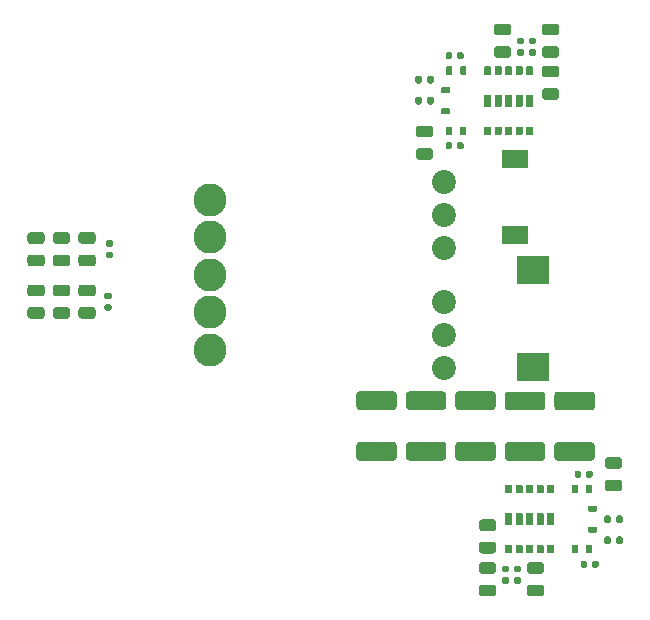
<source format=gtp>
G04 #@! TF.GenerationSoftware,KiCad,Pcbnew,5.1.10*
G04 #@! TF.CreationDate,2021-07-13T10:10:07+08:00*
G04 #@! TF.ProjectId,GAN-Power-Stage-Test,47414e2d-506f-4776-9572-2d5374616765,rev?*
G04 #@! TF.SameCoordinates,Original*
G04 #@! TF.FileFunction,Paste,Top*
G04 #@! TF.FilePolarity,Positive*
%FSLAX46Y46*%
G04 Gerber Fmt 4.6, Leading zero omitted, Abs format (unit mm)*
G04 Created by KiCad (PCBNEW 5.1.10) date 2021-07-13 10:10:07*
%MOMM*%
%LPD*%
G01*
G04 APERTURE LIST*
%ADD10C,2.790000*%
%ADD11C,2.030000*%
%ADD12R,2.700000X2.450000*%
%ADD13R,2.200000X1.500000*%
G04 APERTURE END LIST*
G04 #@! TO.C,C29*
G36*
G01*
X158021000Y-137483000D02*
X158971000Y-137483000D01*
G75*
G02*
X159221000Y-137733000I0J-250000D01*
G01*
X159221000Y-138233000D01*
G75*
G02*
X158971000Y-138483000I-250000J0D01*
G01*
X158021000Y-138483000D01*
G75*
G02*
X157771000Y-138233000I0J250000D01*
G01*
X157771000Y-137733000D01*
G75*
G02*
X158021000Y-137483000I250000J0D01*
G01*
G37*
G36*
G01*
X158021000Y-135583000D02*
X158971000Y-135583000D01*
G75*
G02*
X159221000Y-135833000I0J-250000D01*
G01*
X159221000Y-136333000D01*
G75*
G02*
X158971000Y-136583000I-250000J0D01*
G01*
X158021000Y-136583000D01*
G75*
G02*
X157771000Y-136333000I0J250000D01*
G01*
X157771000Y-135833000D01*
G75*
G02*
X158021000Y-135583000I250000J0D01*
G01*
G37*
G04 #@! TD*
G04 #@! TO.C,C28*
G36*
G01*
X162339000Y-137478000D02*
X163289000Y-137478000D01*
G75*
G02*
X163539000Y-137728000I0J-250000D01*
G01*
X163539000Y-138228000D01*
G75*
G02*
X163289000Y-138478000I-250000J0D01*
G01*
X162339000Y-138478000D01*
G75*
G02*
X162089000Y-138228000I0J250000D01*
G01*
X162089000Y-137728000D01*
G75*
G02*
X162339000Y-137478000I250000J0D01*
G01*
G37*
G36*
G01*
X162339000Y-135578000D02*
X163289000Y-135578000D01*
G75*
G02*
X163539000Y-135828000I0J-250000D01*
G01*
X163539000Y-136328000D01*
G75*
G02*
X163289000Y-136578000I-250000J0D01*
G01*
X162339000Y-136578000D01*
G75*
G02*
X162089000Y-136328000I0J250000D01*
G01*
X162089000Y-135828000D01*
G75*
G02*
X162339000Y-135578000I250000J0D01*
G01*
G37*
G04 #@! TD*
G04 #@! TO.C,C27*
G36*
G01*
X163289000Y-141028000D02*
X162339000Y-141028000D01*
G75*
G02*
X162089000Y-140778000I0J250000D01*
G01*
X162089000Y-140278000D01*
G75*
G02*
X162339000Y-140028000I250000J0D01*
G01*
X163289000Y-140028000D01*
G75*
G02*
X163539000Y-140278000I0J-250000D01*
G01*
X163539000Y-140778000D01*
G75*
G02*
X163289000Y-141028000I-250000J0D01*
G01*
G37*
G36*
G01*
X163289000Y-142928000D02*
X162339000Y-142928000D01*
G75*
G02*
X162089000Y-142678000I0J250000D01*
G01*
X162089000Y-142178000D01*
G75*
G02*
X162339000Y-141928000I250000J0D01*
G01*
X163289000Y-141928000D01*
G75*
G02*
X163539000Y-142178000I0J-250000D01*
G01*
X163539000Y-142678000D01*
G75*
G02*
X163289000Y-142928000I-250000J0D01*
G01*
G37*
G04 #@! TD*
D10*
G04 #@! TO.C,TR1*
X173224000Y-145542000D03*
X173224000Y-142367000D03*
X173224000Y-139192000D03*
X173224000Y-136017000D03*
X173224000Y-132842000D03*
D11*
X193044000Y-131317000D03*
X193044000Y-134112000D03*
X193044000Y-136907000D03*
X193044000Y-141477000D03*
X193044000Y-144272000D03*
X193044000Y-147067000D03*
G04 #@! TD*
G04 #@! TO.C,C26*
G36*
G01*
X164549000Y-137233000D02*
X164889000Y-137233000D01*
G75*
G02*
X165029000Y-137373000I0J-140000D01*
G01*
X165029000Y-137653000D01*
G75*
G02*
X164889000Y-137793000I-140000J0D01*
G01*
X164549000Y-137793000D01*
G75*
G02*
X164409000Y-137653000I0J140000D01*
G01*
X164409000Y-137373000D01*
G75*
G02*
X164549000Y-137233000I140000J0D01*
G01*
G37*
G36*
G01*
X164549000Y-136273000D02*
X164889000Y-136273000D01*
G75*
G02*
X165029000Y-136413000I0J-140000D01*
G01*
X165029000Y-136693000D01*
G75*
G02*
X164889000Y-136833000I-140000J0D01*
G01*
X164549000Y-136833000D01*
G75*
G02*
X164409000Y-136693000I0J140000D01*
G01*
X164409000Y-136413000D01*
G75*
G02*
X164549000Y-136273000I140000J0D01*
G01*
G37*
G04 #@! TD*
G04 #@! TO.C,C25*
G36*
G01*
X164762000Y-141278000D02*
X164422000Y-141278000D01*
G75*
G02*
X164282000Y-141138000I0J140000D01*
G01*
X164282000Y-140858000D01*
G75*
G02*
X164422000Y-140718000I140000J0D01*
G01*
X164762000Y-140718000D01*
G75*
G02*
X164902000Y-140858000I0J-140000D01*
G01*
X164902000Y-141138000D01*
G75*
G02*
X164762000Y-141278000I-140000J0D01*
G01*
G37*
G36*
G01*
X164762000Y-142238000D02*
X164422000Y-142238000D01*
G75*
G02*
X164282000Y-142098000I0J140000D01*
G01*
X164282000Y-141818000D01*
G75*
G02*
X164422000Y-141678000I140000J0D01*
G01*
X164762000Y-141678000D01*
G75*
G02*
X164902000Y-141818000I0J-140000D01*
G01*
X164902000Y-142098000D01*
G75*
G02*
X164762000Y-142238000I-140000J0D01*
G01*
G37*
G04 #@! TD*
G04 #@! TO.C,C24*
G36*
G01*
X158971000Y-141028000D02*
X158021000Y-141028000D01*
G75*
G02*
X157771000Y-140778000I0J250000D01*
G01*
X157771000Y-140278000D01*
G75*
G02*
X158021000Y-140028000I250000J0D01*
G01*
X158971000Y-140028000D01*
G75*
G02*
X159221000Y-140278000I0J-250000D01*
G01*
X159221000Y-140778000D01*
G75*
G02*
X158971000Y-141028000I-250000J0D01*
G01*
G37*
G36*
G01*
X158971000Y-142928000D02*
X158021000Y-142928000D01*
G75*
G02*
X157771000Y-142678000I0J250000D01*
G01*
X157771000Y-142178000D01*
G75*
G02*
X158021000Y-141928000I250000J0D01*
G01*
X158971000Y-141928000D01*
G75*
G02*
X159221000Y-142178000I0J-250000D01*
G01*
X159221000Y-142678000D01*
G75*
G02*
X158971000Y-142928000I-250000J0D01*
G01*
G37*
G04 #@! TD*
G04 #@! TO.C,C23*
G36*
G01*
X161130000Y-141028000D02*
X160180000Y-141028000D01*
G75*
G02*
X159930000Y-140778000I0J250000D01*
G01*
X159930000Y-140278000D01*
G75*
G02*
X160180000Y-140028000I250000J0D01*
G01*
X161130000Y-140028000D01*
G75*
G02*
X161380000Y-140278000I0J-250000D01*
G01*
X161380000Y-140778000D01*
G75*
G02*
X161130000Y-141028000I-250000J0D01*
G01*
G37*
G36*
G01*
X161130000Y-142928000D02*
X160180000Y-142928000D01*
G75*
G02*
X159930000Y-142678000I0J250000D01*
G01*
X159930000Y-142178000D01*
G75*
G02*
X160180000Y-141928000I250000J0D01*
G01*
X161130000Y-141928000D01*
G75*
G02*
X161380000Y-142178000I0J-250000D01*
G01*
X161380000Y-142678000D01*
G75*
G02*
X161130000Y-142928000I-250000J0D01*
G01*
G37*
G04 #@! TD*
G04 #@! TO.C,C22*
G36*
G01*
X190065999Y-153347500D02*
X192966001Y-153347500D01*
G75*
G02*
X193216000Y-153597499I0J-249999D01*
G01*
X193216000Y-154672501D01*
G75*
G02*
X192966001Y-154922500I-249999J0D01*
G01*
X190065999Y-154922500D01*
G75*
G02*
X189816000Y-154672501I0J249999D01*
G01*
X189816000Y-153597499D01*
G75*
G02*
X190065999Y-153347500I249999J0D01*
G01*
G37*
G36*
G01*
X190065999Y-149072500D02*
X192966001Y-149072500D01*
G75*
G02*
X193216000Y-149322499I0J-249999D01*
G01*
X193216000Y-150397501D01*
G75*
G02*
X192966001Y-150647500I-249999J0D01*
G01*
X190065999Y-150647500D01*
G75*
G02*
X189816000Y-150397501I0J249999D01*
G01*
X189816000Y-149322499D01*
G75*
G02*
X190065999Y-149072500I249999J0D01*
G01*
G37*
G04 #@! TD*
G04 #@! TO.C,C21*
G36*
G01*
X160180000Y-137483000D02*
X161130000Y-137483000D01*
G75*
G02*
X161380000Y-137733000I0J-250000D01*
G01*
X161380000Y-138233000D01*
G75*
G02*
X161130000Y-138483000I-250000J0D01*
G01*
X160180000Y-138483000D01*
G75*
G02*
X159930000Y-138233000I0J250000D01*
G01*
X159930000Y-137733000D01*
G75*
G02*
X160180000Y-137483000I250000J0D01*
G01*
G37*
G36*
G01*
X160180000Y-135583000D02*
X161130000Y-135583000D01*
G75*
G02*
X161380000Y-135833000I0J-250000D01*
G01*
X161380000Y-136333000D01*
G75*
G02*
X161130000Y-136583000I-250000J0D01*
G01*
X160180000Y-136583000D01*
G75*
G02*
X159930000Y-136333000I0J250000D01*
G01*
X159930000Y-135833000D01*
G75*
G02*
X160180000Y-135583000I250000J0D01*
G01*
G37*
G04 #@! TD*
G04 #@! TO.C,C20*
G36*
G01*
X202638999Y-153369000D02*
X205539001Y-153369000D01*
G75*
G02*
X205789000Y-153618999I0J-249999D01*
G01*
X205789000Y-154694001D01*
G75*
G02*
X205539001Y-154944000I-249999J0D01*
G01*
X202638999Y-154944000D01*
G75*
G02*
X202389000Y-154694001I0J249999D01*
G01*
X202389000Y-153618999D01*
G75*
G02*
X202638999Y-153369000I249999J0D01*
G01*
G37*
G36*
G01*
X202638999Y-149094000D02*
X205539001Y-149094000D01*
G75*
G02*
X205789000Y-149343999I0J-249999D01*
G01*
X205789000Y-150419001D01*
G75*
G02*
X205539001Y-150669000I-249999J0D01*
G01*
X202638999Y-150669000D01*
G75*
G02*
X202389000Y-150419001I0J249999D01*
G01*
X202389000Y-149343999D01*
G75*
G02*
X202638999Y-149094000I249999J0D01*
G01*
G37*
G04 #@! TD*
G04 #@! TO.C,C19*
G36*
G01*
X198447999Y-153369000D02*
X201348001Y-153369000D01*
G75*
G02*
X201598000Y-153618999I0J-249999D01*
G01*
X201598000Y-154694001D01*
G75*
G02*
X201348001Y-154944000I-249999J0D01*
G01*
X198447999Y-154944000D01*
G75*
G02*
X198198000Y-154694001I0J249999D01*
G01*
X198198000Y-153618999D01*
G75*
G02*
X198447999Y-153369000I249999J0D01*
G01*
G37*
G36*
G01*
X198447999Y-149094000D02*
X201348001Y-149094000D01*
G75*
G02*
X201598000Y-149343999I0J-249999D01*
G01*
X201598000Y-150419001D01*
G75*
G02*
X201348001Y-150669000I-249999J0D01*
G01*
X198447999Y-150669000D01*
G75*
G02*
X198198000Y-150419001I0J249999D01*
G01*
X198198000Y-149343999D01*
G75*
G02*
X198447999Y-149094000I249999J0D01*
G01*
G37*
G04 #@! TD*
G04 #@! TO.C,C18*
G36*
G01*
X185874999Y-153347500D02*
X188775001Y-153347500D01*
G75*
G02*
X189025000Y-153597499I0J-249999D01*
G01*
X189025000Y-154672501D01*
G75*
G02*
X188775001Y-154922500I-249999J0D01*
G01*
X185874999Y-154922500D01*
G75*
G02*
X185625000Y-154672501I0J249999D01*
G01*
X185625000Y-153597499D01*
G75*
G02*
X185874999Y-153347500I249999J0D01*
G01*
G37*
G36*
G01*
X185874999Y-149072500D02*
X188775001Y-149072500D01*
G75*
G02*
X189025000Y-149322499I0J-249999D01*
G01*
X189025000Y-150397501D01*
G75*
G02*
X188775001Y-150647500I-249999J0D01*
G01*
X185874999Y-150647500D01*
G75*
G02*
X185625000Y-150397501I0J249999D01*
G01*
X185625000Y-149322499D01*
G75*
G02*
X185874999Y-149072500I249999J0D01*
G01*
G37*
G04 #@! TD*
G04 #@! TO.C,C17*
G36*
G01*
X194256999Y-153347500D02*
X197157001Y-153347500D01*
G75*
G02*
X197407000Y-153597499I0J-249999D01*
G01*
X197407000Y-154672501D01*
G75*
G02*
X197157001Y-154922500I-249999J0D01*
G01*
X194256999Y-154922500D01*
G75*
G02*
X194007000Y-154672501I0J249999D01*
G01*
X194007000Y-153597499D01*
G75*
G02*
X194256999Y-153347500I249999J0D01*
G01*
G37*
G36*
G01*
X194256999Y-149072500D02*
X197157001Y-149072500D01*
G75*
G02*
X197407000Y-149322499I0J-249999D01*
G01*
X197407000Y-150397501D01*
G75*
G02*
X197157001Y-150647500I-249999J0D01*
G01*
X194256999Y-150647500D01*
G75*
G02*
X194007000Y-150397501I0J249999D01*
G01*
X194007000Y-149322499D01*
G75*
G02*
X194256999Y-149072500I249999J0D01*
G01*
G37*
G04 #@! TD*
G04 #@! TO.C,R4*
G36*
G01*
X207631000Y-160078000D02*
X207631000Y-159708000D01*
G75*
G02*
X207766000Y-159573000I135000J0D01*
G01*
X208036000Y-159573000D01*
G75*
G02*
X208171000Y-159708000I0J-135000D01*
G01*
X208171000Y-160078000D01*
G75*
G02*
X208036000Y-160213000I-135000J0D01*
G01*
X207766000Y-160213000D01*
G75*
G02*
X207631000Y-160078000I0J135000D01*
G01*
G37*
G36*
G01*
X206611000Y-160078000D02*
X206611000Y-159708000D01*
G75*
G02*
X206746000Y-159573000I135000J0D01*
G01*
X207016000Y-159573000D01*
G75*
G02*
X207151000Y-159708000I0J-135000D01*
G01*
X207151000Y-160078000D01*
G75*
G02*
X207016000Y-160213000I-135000J0D01*
G01*
X206746000Y-160213000D01*
G75*
G02*
X206611000Y-160078000I0J135000D01*
G01*
G37*
G04 #@! TD*
G04 #@! TO.C,R3*
G36*
G01*
X191149000Y-124275000D02*
X191149000Y-124645000D01*
G75*
G02*
X191014000Y-124780000I-135000J0D01*
G01*
X190744000Y-124780000D01*
G75*
G02*
X190609000Y-124645000I0J135000D01*
G01*
X190609000Y-124275000D01*
G75*
G02*
X190744000Y-124140000I135000J0D01*
G01*
X191014000Y-124140000D01*
G75*
G02*
X191149000Y-124275000I0J-135000D01*
G01*
G37*
G36*
G01*
X192169000Y-124275000D02*
X192169000Y-124645000D01*
G75*
G02*
X192034000Y-124780000I-135000J0D01*
G01*
X191764000Y-124780000D01*
G75*
G02*
X191629000Y-124645000I0J135000D01*
G01*
X191629000Y-124275000D01*
G75*
G02*
X191764000Y-124140000I135000J0D01*
G01*
X192034000Y-124140000D01*
G75*
G02*
X192169000Y-124275000I0J-135000D01*
G01*
G37*
G04 #@! TD*
G04 #@! TO.C,R2*
G36*
G01*
X207631000Y-161856000D02*
X207631000Y-161486000D01*
G75*
G02*
X207766000Y-161351000I135000J0D01*
G01*
X208036000Y-161351000D01*
G75*
G02*
X208171000Y-161486000I0J-135000D01*
G01*
X208171000Y-161856000D01*
G75*
G02*
X208036000Y-161991000I-135000J0D01*
G01*
X207766000Y-161991000D01*
G75*
G02*
X207631000Y-161856000I0J135000D01*
G01*
G37*
G36*
G01*
X206611000Y-161856000D02*
X206611000Y-161486000D01*
G75*
G02*
X206746000Y-161351000I135000J0D01*
G01*
X207016000Y-161351000D01*
G75*
G02*
X207151000Y-161486000I0J-135000D01*
G01*
X207151000Y-161856000D01*
G75*
G02*
X207016000Y-161991000I-135000J0D01*
G01*
X206746000Y-161991000D01*
G75*
G02*
X206611000Y-161856000I0J135000D01*
G01*
G37*
G04 #@! TD*
G04 #@! TO.C,R1*
G36*
G01*
X191149000Y-122497000D02*
X191149000Y-122867000D01*
G75*
G02*
X191014000Y-123002000I-135000J0D01*
G01*
X190744000Y-123002000D01*
G75*
G02*
X190609000Y-122867000I0J135000D01*
G01*
X190609000Y-122497000D01*
G75*
G02*
X190744000Y-122362000I135000J0D01*
G01*
X191014000Y-122362000D01*
G75*
G02*
X191149000Y-122497000I0J-135000D01*
G01*
G37*
G36*
G01*
X192169000Y-122497000D02*
X192169000Y-122867000D01*
G75*
G02*
X192034000Y-123002000I-135000J0D01*
G01*
X191764000Y-123002000D01*
G75*
G02*
X191629000Y-122867000I0J135000D01*
G01*
X191629000Y-122497000D01*
G75*
G02*
X191764000Y-122362000I135000J0D01*
G01*
X192034000Y-122362000D01*
G75*
G02*
X192169000Y-122497000I0J-135000D01*
G01*
G37*
G04 #@! TD*
G04 #@! TO.C,C16*
G36*
G01*
X199093000Y-164792000D02*
X199433000Y-164792000D01*
G75*
G02*
X199573000Y-164932000I0J-140000D01*
G01*
X199573000Y-165212000D01*
G75*
G02*
X199433000Y-165352000I-140000J0D01*
G01*
X199093000Y-165352000D01*
G75*
G02*
X198953000Y-165212000I0J140000D01*
G01*
X198953000Y-164932000D01*
G75*
G02*
X199093000Y-164792000I140000J0D01*
G01*
G37*
G36*
G01*
X199093000Y-163832000D02*
X199433000Y-163832000D01*
G75*
G02*
X199573000Y-163972000I0J-140000D01*
G01*
X199573000Y-164252000D01*
G75*
G02*
X199433000Y-164392000I-140000J0D01*
G01*
X199093000Y-164392000D01*
G75*
G02*
X198953000Y-164252000I0J140000D01*
G01*
X198953000Y-163972000D01*
G75*
G02*
X199093000Y-163832000I140000J0D01*
G01*
G37*
G04 #@! TD*
G04 #@! TO.C,C15*
G36*
G01*
X199687000Y-119688000D02*
X199347000Y-119688000D01*
G75*
G02*
X199207000Y-119548000I0J140000D01*
G01*
X199207000Y-119268000D01*
G75*
G02*
X199347000Y-119128000I140000J0D01*
G01*
X199687000Y-119128000D01*
G75*
G02*
X199827000Y-119268000I0J-140000D01*
G01*
X199827000Y-119548000D01*
G75*
G02*
X199687000Y-119688000I-140000J0D01*
G01*
G37*
G36*
G01*
X199687000Y-120648000D02*
X199347000Y-120648000D01*
G75*
G02*
X199207000Y-120508000I0J140000D01*
G01*
X199207000Y-120228000D01*
G75*
G02*
X199347000Y-120088000I140000J0D01*
G01*
X199687000Y-120088000D01*
G75*
G02*
X199827000Y-120228000I0J-140000D01*
G01*
X199827000Y-120508000D01*
G75*
G02*
X199687000Y-120648000I-140000J0D01*
G01*
G37*
G04 #@! TD*
G04 #@! TO.C,C14*
G36*
G01*
X198077000Y-164792000D02*
X198417000Y-164792000D01*
G75*
G02*
X198557000Y-164932000I0J-140000D01*
G01*
X198557000Y-165212000D01*
G75*
G02*
X198417000Y-165352000I-140000J0D01*
G01*
X198077000Y-165352000D01*
G75*
G02*
X197937000Y-165212000I0J140000D01*
G01*
X197937000Y-164932000D01*
G75*
G02*
X198077000Y-164792000I140000J0D01*
G01*
G37*
G36*
G01*
X198077000Y-163832000D02*
X198417000Y-163832000D01*
G75*
G02*
X198557000Y-163972000I0J-140000D01*
G01*
X198557000Y-164252000D01*
G75*
G02*
X198417000Y-164392000I-140000J0D01*
G01*
X198077000Y-164392000D01*
G75*
G02*
X197937000Y-164252000I0J140000D01*
G01*
X197937000Y-163972000D01*
G75*
G02*
X198077000Y-163832000I140000J0D01*
G01*
G37*
G04 #@! TD*
G04 #@! TO.C,C13*
G36*
G01*
X205559000Y-163873000D02*
X205559000Y-163533000D01*
G75*
G02*
X205699000Y-163393000I140000J0D01*
G01*
X205979000Y-163393000D01*
G75*
G02*
X206119000Y-163533000I0J-140000D01*
G01*
X206119000Y-163873000D01*
G75*
G02*
X205979000Y-164013000I-140000J0D01*
G01*
X205699000Y-164013000D01*
G75*
G02*
X205559000Y-163873000I0J140000D01*
G01*
G37*
G36*
G01*
X204599000Y-163873000D02*
X204599000Y-163533000D01*
G75*
G02*
X204739000Y-163393000I140000J0D01*
G01*
X205019000Y-163393000D01*
G75*
G02*
X205159000Y-163533000I0J-140000D01*
G01*
X205159000Y-163873000D01*
G75*
G02*
X205019000Y-164013000I-140000J0D01*
G01*
X204739000Y-164013000D01*
G75*
G02*
X204599000Y-163873000I0J140000D01*
G01*
G37*
G04 #@! TD*
G04 #@! TO.C,C12*
G36*
G01*
X200703000Y-119688000D02*
X200363000Y-119688000D01*
G75*
G02*
X200223000Y-119548000I0J140000D01*
G01*
X200223000Y-119268000D01*
G75*
G02*
X200363000Y-119128000I140000J0D01*
G01*
X200703000Y-119128000D01*
G75*
G02*
X200843000Y-119268000I0J-140000D01*
G01*
X200843000Y-119548000D01*
G75*
G02*
X200703000Y-119688000I-140000J0D01*
G01*
G37*
G36*
G01*
X200703000Y-120648000D02*
X200363000Y-120648000D01*
G75*
G02*
X200223000Y-120508000I0J140000D01*
G01*
X200223000Y-120228000D01*
G75*
G02*
X200363000Y-120088000I140000J0D01*
G01*
X200703000Y-120088000D01*
G75*
G02*
X200843000Y-120228000I0J-140000D01*
G01*
X200843000Y-120508000D01*
G75*
G02*
X200703000Y-120648000I-140000J0D01*
G01*
G37*
G04 #@! TD*
G04 #@! TO.C,C11*
G36*
G01*
X193729000Y-120480000D02*
X193729000Y-120820000D01*
G75*
G02*
X193589000Y-120960000I-140000J0D01*
G01*
X193309000Y-120960000D01*
G75*
G02*
X193169000Y-120820000I0J140000D01*
G01*
X193169000Y-120480000D01*
G75*
G02*
X193309000Y-120340000I140000J0D01*
G01*
X193589000Y-120340000D01*
G75*
G02*
X193729000Y-120480000I0J-140000D01*
G01*
G37*
G36*
G01*
X194689000Y-120480000D02*
X194689000Y-120820000D01*
G75*
G02*
X194549000Y-120960000I-140000J0D01*
G01*
X194269000Y-120960000D01*
G75*
G02*
X194129000Y-120820000I0J140000D01*
G01*
X194129000Y-120480000D01*
G75*
G02*
X194269000Y-120340000I140000J0D01*
G01*
X194549000Y-120340000D01*
G75*
G02*
X194689000Y-120480000I0J-140000D01*
G01*
G37*
G04 #@! TD*
G04 #@! TO.C,C8*
G36*
G01*
X204651000Y-155913000D02*
X204651000Y-156253000D01*
G75*
G02*
X204511000Y-156393000I-140000J0D01*
G01*
X204231000Y-156393000D01*
G75*
G02*
X204091000Y-156253000I0J140000D01*
G01*
X204091000Y-155913000D01*
G75*
G02*
X204231000Y-155773000I140000J0D01*
G01*
X204511000Y-155773000D01*
G75*
G02*
X204651000Y-155913000I0J-140000D01*
G01*
G37*
G36*
G01*
X205611000Y-155913000D02*
X205611000Y-156253000D01*
G75*
G02*
X205471000Y-156393000I-140000J0D01*
G01*
X205191000Y-156393000D01*
G75*
G02*
X205051000Y-156253000I0J140000D01*
G01*
X205051000Y-155913000D01*
G75*
G02*
X205191000Y-155773000I140000J0D01*
G01*
X205471000Y-155773000D01*
G75*
G02*
X205611000Y-155913000I0J-140000D01*
G01*
G37*
G04 #@! TD*
G04 #@! TO.C,C7*
G36*
G01*
X194129000Y-128440000D02*
X194129000Y-128100000D01*
G75*
G02*
X194269000Y-127960000I140000J0D01*
G01*
X194549000Y-127960000D01*
G75*
G02*
X194689000Y-128100000I0J-140000D01*
G01*
X194689000Y-128440000D01*
G75*
G02*
X194549000Y-128580000I-140000J0D01*
G01*
X194269000Y-128580000D01*
G75*
G02*
X194129000Y-128440000I0J140000D01*
G01*
G37*
G36*
G01*
X193169000Y-128440000D02*
X193169000Y-128100000D01*
G75*
G02*
X193309000Y-127960000I140000J0D01*
G01*
X193589000Y-127960000D01*
G75*
G02*
X193729000Y-128100000I0J-140000D01*
G01*
X193729000Y-128440000D01*
G75*
G02*
X193589000Y-128580000I-140000J0D01*
G01*
X193309000Y-128580000D01*
G75*
G02*
X193169000Y-128440000I0J140000D01*
G01*
G37*
G04 #@! TD*
D12*
G04 #@! TO.C,L2*
X200533000Y-147000000D03*
X200533000Y-138750000D03*
G04 #@! TD*
G04 #@! TO.C,Q2*
G36*
G01*
X202304350Y-160418000D02*
X201814650Y-160418000D01*
G75*
G02*
X201764500Y-160367850I0J50150D01*
G01*
X201764500Y-159418150D01*
G75*
G02*
X201814650Y-159368000I50150J0D01*
G01*
X202304350Y-159368000D01*
G75*
G02*
X202354500Y-159418150I0J-50150D01*
G01*
X202354500Y-160367850D01*
G75*
G02*
X202304350Y-160418000I-50150J0D01*
G01*
G37*
G36*
G01*
X201414350Y-160418000D02*
X200924650Y-160418000D01*
G75*
G02*
X200874500Y-160367850I0J50150D01*
G01*
X200874500Y-159418150D01*
G75*
G02*
X200924650Y-159368000I50150J0D01*
G01*
X201414350Y-159368000D01*
G75*
G02*
X201464500Y-159418150I0J-50150D01*
G01*
X201464500Y-160367850D01*
G75*
G02*
X201414350Y-160418000I-50150J0D01*
G01*
G37*
G36*
G01*
X200524350Y-160418000D02*
X200034650Y-160418000D01*
G75*
G02*
X199984500Y-160367850I0J50150D01*
G01*
X199984500Y-159418150D01*
G75*
G02*
X200034650Y-159368000I50150J0D01*
G01*
X200524350Y-159368000D01*
G75*
G02*
X200574500Y-159418150I0J-50150D01*
G01*
X200574500Y-160367850D01*
G75*
G02*
X200524350Y-160418000I-50150J0D01*
G01*
G37*
G36*
G01*
X199634350Y-160418000D02*
X199144650Y-160418000D01*
G75*
G02*
X199094500Y-160367850I0J50150D01*
G01*
X199094500Y-159418150D01*
G75*
G02*
X199144650Y-159368000I50150J0D01*
G01*
X199634350Y-159368000D01*
G75*
G02*
X199684500Y-159418150I0J-50150D01*
G01*
X199684500Y-160367850D01*
G75*
G02*
X199634350Y-160418000I-50150J0D01*
G01*
G37*
G36*
G01*
X198744350Y-160418000D02*
X198254650Y-160418000D01*
G75*
G02*
X198204500Y-160367850I0J50150D01*
G01*
X198204500Y-159418150D01*
G75*
G02*
X198254650Y-159368000I50150J0D01*
G01*
X198744350Y-159368000D01*
G75*
G02*
X198794500Y-159418150I0J-50150D01*
G01*
X198794500Y-160367850D01*
G75*
G02*
X198744350Y-160418000I-50150J0D01*
G01*
G37*
G36*
G01*
X198744350Y-157693000D02*
X198254650Y-157693000D01*
G75*
G02*
X198204500Y-157642850I0J50150D01*
G01*
X198204500Y-157043150D01*
G75*
G02*
X198254650Y-156993000I50150J0D01*
G01*
X198744350Y-156993000D01*
G75*
G02*
X198794500Y-157043150I0J-50150D01*
G01*
X198794500Y-157642850D01*
G75*
G02*
X198744350Y-157693000I-50150J0D01*
G01*
G37*
G36*
G01*
X198744350Y-162793000D02*
X198254650Y-162793000D01*
G75*
G02*
X198204500Y-162742850I0J50150D01*
G01*
X198204500Y-162143150D01*
G75*
G02*
X198254650Y-162093000I50150J0D01*
G01*
X198744350Y-162093000D01*
G75*
G02*
X198794500Y-162143150I0J-50150D01*
G01*
X198794500Y-162742850D01*
G75*
G02*
X198744350Y-162793000I-50150J0D01*
G01*
G37*
G36*
G01*
X199634350Y-157693000D02*
X199144650Y-157693000D01*
G75*
G02*
X199094500Y-157642850I0J50150D01*
G01*
X199094500Y-157043150D01*
G75*
G02*
X199144650Y-156993000I50150J0D01*
G01*
X199634350Y-156993000D01*
G75*
G02*
X199684500Y-157043150I0J-50150D01*
G01*
X199684500Y-157642850D01*
G75*
G02*
X199634350Y-157693000I-50150J0D01*
G01*
G37*
G36*
G01*
X199634350Y-162793000D02*
X199144650Y-162793000D01*
G75*
G02*
X199094500Y-162742850I0J50150D01*
G01*
X199094500Y-162143150D01*
G75*
G02*
X199144650Y-162093000I50150J0D01*
G01*
X199634350Y-162093000D01*
G75*
G02*
X199684500Y-162143150I0J-50150D01*
G01*
X199684500Y-162742850D01*
G75*
G02*
X199634350Y-162793000I-50150J0D01*
G01*
G37*
G36*
G01*
X200524350Y-157693000D02*
X200034650Y-157693000D01*
G75*
G02*
X199984500Y-157642850I0J50150D01*
G01*
X199984500Y-157043150D01*
G75*
G02*
X200034650Y-156993000I50150J0D01*
G01*
X200524350Y-156993000D01*
G75*
G02*
X200574500Y-157043150I0J-50150D01*
G01*
X200574500Y-157642850D01*
G75*
G02*
X200524350Y-157693000I-50150J0D01*
G01*
G37*
G36*
G01*
X200524350Y-162793000D02*
X200034650Y-162793000D01*
G75*
G02*
X199984500Y-162742850I0J50150D01*
G01*
X199984500Y-162143150D01*
G75*
G02*
X200034650Y-162093000I50150J0D01*
G01*
X200524350Y-162093000D01*
G75*
G02*
X200574500Y-162143150I0J-50150D01*
G01*
X200574500Y-162742850D01*
G75*
G02*
X200524350Y-162793000I-50150J0D01*
G01*
G37*
G36*
G01*
X201414350Y-157693000D02*
X200924650Y-157693000D01*
G75*
G02*
X200874500Y-157642850I0J50150D01*
G01*
X200874500Y-157043150D01*
G75*
G02*
X200924650Y-156993000I50150J0D01*
G01*
X201414350Y-156993000D01*
G75*
G02*
X201464500Y-157043150I0J-50150D01*
G01*
X201464500Y-157642850D01*
G75*
G02*
X201414350Y-157693000I-50150J0D01*
G01*
G37*
G36*
G01*
X201414350Y-162793000D02*
X200924650Y-162793000D01*
G75*
G02*
X200874500Y-162742850I0J50150D01*
G01*
X200874500Y-162143150D01*
G75*
G02*
X200924650Y-162093000I50150J0D01*
G01*
X201414350Y-162093000D01*
G75*
G02*
X201464500Y-162143150I0J-50150D01*
G01*
X201464500Y-162742850D01*
G75*
G02*
X201414350Y-162793000I-50150J0D01*
G01*
G37*
G36*
G01*
X202304350Y-157693000D02*
X201814650Y-157693000D01*
G75*
G02*
X201764500Y-157642850I0J50150D01*
G01*
X201764500Y-157043150D01*
G75*
G02*
X201814650Y-156993000I50150J0D01*
G01*
X202304350Y-156993000D01*
G75*
G02*
X202354500Y-157043150I0J-50150D01*
G01*
X202354500Y-157642850D01*
G75*
G02*
X202304350Y-157693000I-50150J0D01*
G01*
G37*
G36*
G01*
X202304350Y-162793000D02*
X201814650Y-162793000D01*
G75*
G02*
X201764500Y-162742850I0J50150D01*
G01*
X201764500Y-162143150D01*
G75*
G02*
X201814650Y-162093000I50150J0D01*
G01*
X202304350Y-162093000D01*
G75*
G02*
X202354500Y-162143150I0J-50150D01*
G01*
X202354500Y-162742850D01*
G75*
G02*
X202304350Y-162793000I-50150J0D01*
G01*
G37*
G36*
G01*
X205917500Y-159243000D02*
X205301500Y-159243000D01*
G75*
G02*
X205259500Y-159201000I0J42000D01*
G01*
X205259500Y-158785000D01*
G75*
G02*
X205301500Y-158743000I42000J0D01*
G01*
X205917500Y-158743000D01*
G75*
G02*
X205959500Y-158785000I0J-42000D01*
G01*
X205959500Y-159201000D01*
G75*
G02*
X205917500Y-159243000I-42000J0D01*
G01*
G37*
G36*
G01*
X205917500Y-161043000D02*
X205301500Y-161043000D01*
G75*
G02*
X205259500Y-161001000I0J42000D01*
G01*
X205259500Y-160585000D01*
G75*
G02*
X205301500Y-160543000I42000J0D01*
G01*
X205917500Y-160543000D01*
G75*
G02*
X205959500Y-160585000I0J-42000D01*
G01*
X205959500Y-161001000D01*
G75*
G02*
X205917500Y-161043000I-42000J0D01*
G01*
G37*
G36*
G01*
X205517500Y-157693000D02*
X205101500Y-157693000D01*
G75*
G02*
X205059500Y-157651000I0J42000D01*
G01*
X205059500Y-157035000D01*
G75*
G02*
X205101500Y-156993000I42000J0D01*
G01*
X205517500Y-156993000D01*
G75*
G02*
X205559500Y-157035000I0J-42000D01*
G01*
X205559500Y-157651000D01*
G75*
G02*
X205517500Y-157693000I-42000J0D01*
G01*
G37*
G36*
G01*
X204317500Y-157693000D02*
X203901500Y-157693000D01*
G75*
G02*
X203859500Y-157651000I0J42000D01*
G01*
X203859500Y-157035000D01*
G75*
G02*
X203901500Y-156993000I42000J0D01*
G01*
X204317500Y-156993000D01*
G75*
G02*
X204359500Y-157035000I0J-42000D01*
G01*
X204359500Y-157651000D01*
G75*
G02*
X204317500Y-157693000I-42000J0D01*
G01*
G37*
G36*
G01*
X205517500Y-162793000D02*
X205101500Y-162793000D01*
G75*
G02*
X205059500Y-162751000I0J42000D01*
G01*
X205059500Y-162135000D01*
G75*
G02*
X205101500Y-162093000I42000J0D01*
G01*
X205517500Y-162093000D01*
G75*
G02*
X205559500Y-162135000I0J-42000D01*
G01*
X205559500Y-162751000D01*
G75*
G02*
X205517500Y-162793000I-42000J0D01*
G01*
G37*
G36*
G01*
X204317500Y-162793000D02*
X203901500Y-162793000D01*
G75*
G02*
X203859500Y-162751000I0J42000D01*
G01*
X203859500Y-162135000D01*
G75*
G02*
X203901500Y-162093000I42000J0D01*
G01*
X204317500Y-162093000D01*
G75*
G02*
X204359500Y-162135000I0J-42000D01*
G01*
X204359500Y-162751000D01*
G75*
G02*
X204317500Y-162793000I-42000J0D01*
G01*
G37*
G04 #@! TD*
G04 #@! TO.C,Q1*
G36*
G01*
X196475650Y-123935000D02*
X196965350Y-123935000D01*
G75*
G02*
X197015500Y-123985150I0J-50150D01*
G01*
X197015500Y-124934850D01*
G75*
G02*
X196965350Y-124985000I-50150J0D01*
G01*
X196475650Y-124985000D01*
G75*
G02*
X196425500Y-124934850I0J50150D01*
G01*
X196425500Y-123985150D01*
G75*
G02*
X196475650Y-123935000I50150J0D01*
G01*
G37*
G36*
G01*
X197365650Y-123935000D02*
X197855350Y-123935000D01*
G75*
G02*
X197905500Y-123985150I0J-50150D01*
G01*
X197905500Y-124934850D01*
G75*
G02*
X197855350Y-124985000I-50150J0D01*
G01*
X197365650Y-124985000D01*
G75*
G02*
X197315500Y-124934850I0J50150D01*
G01*
X197315500Y-123985150D01*
G75*
G02*
X197365650Y-123935000I50150J0D01*
G01*
G37*
G36*
G01*
X198255650Y-123935000D02*
X198745350Y-123935000D01*
G75*
G02*
X198795500Y-123985150I0J-50150D01*
G01*
X198795500Y-124934850D01*
G75*
G02*
X198745350Y-124985000I-50150J0D01*
G01*
X198255650Y-124985000D01*
G75*
G02*
X198205500Y-124934850I0J50150D01*
G01*
X198205500Y-123985150D01*
G75*
G02*
X198255650Y-123935000I50150J0D01*
G01*
G37*
G36*
G01*
X199145650Y-123935000D02*
X199635350Y-123935000D01*
G75*
G02*
X199685500Y-123985150I0J-50150D01*
G01*
X199685500Y-124934850D01*
G75*
G02*
X199635350Y-124985000I-50150J0D01*
G01*
X199145650Y-124985000D01*
G75*
G02*
X199095500Y-124934850I0J50150D01*
G01*
X199095500Y-123985150D01*
G75*
G02*
X199145650Y-123935000I50150J0D01*
G01*
G37*
G36*
G01*
X200035650Y-123935000D02*
X200525350Y-123935000D01*
G75*
G02*
X200575500Y-123985150I0J-50150D01*
G01*
X200575500Y-124934850D01*
G75*
G02*
X200525350Y-124985000I-50150J0D01*
G01*
X200035650Y-124985000D01*
G75*
G02*
X199985500Y-124934850I0J50150D01*
G01*
X199985500Y-123985150D01*
G75*
G02*
X200035650Y-123935000I50150J0D01*
G01*
G37*
G36*
G01*
X200035650Y-126660000D02*
X200525350Y-126660000D01*
G75*
G02*
X200575500Y-126710150I0J-50150D01*
G01*
X200575500Y-127309850D01*
G75*
G02*
X200525350Y-127360000I-50150J0D01*
G01*
X200035650Y-127360000D01*
G75*
G02*
X199985500Y-127309850I0J50150D01*
G01*
X199985500Y-126710150D01*
G75*
G02*
X200035650Y-126660000I50150J0D01*
G01*
G37*
G36*
G01*
X200035650Y-121560000D02*
X200525350Y-121560000D01*
G75*
G02*
X200575500Y-121610150I0J-50150D01*
G01*
X200575500Y-122209850D01*
G75*
G02*
X200525350Y-122260000I-50150J0D01*
G01*
X200035650Y-122260000D01*
G75*
G02*
X199985500Y-122209850I0J50150D01*
G01*
X199985500Y-121610150D01*
G75*
G02*
X200035650Y-121560000I50150J0D01*
G01*
G37*
G36*
G01*
X199145650Y-126660000D02*
X199635350Y-126660000D01*
G75*
G02*
X199685500Y-126710150I0J-50150D01*
G01*
X199685500Y-127309850D01*
G75*
G02*
X199635350Y-127360000I-50150J0D01*
G01*
X199145650Y-127360000D01*
G75*
G02*
X199095500Y-127309850I0J50150D01*
G01*
X199095500Y-126710150D01*
G75*
G02*
X199145650Y-126660000I50150J0D01*
G01*
G37*
G36*
G01*
X199145650Y-121560000D02*
X199635350Y-121560000D01*
G75*
G02*
X199685500Y-121610150I0J-50150D01*
G01*
X199685500Y-122209850D01*
G75*
G02*
X199635350Y-122260000I-50150J0D01*
G01*
X199145650Y-122260000D01*
G75*
G02*
X199095500Y-122209850I0J50150D01*
G01*
X199095500Y-121610150D01*
G75*
G02*
X199145650Y-121560000I50150J0D01*
G01*
G37*
G36*
G01*
X198255650Y-126660000D02*
X198745350Y-126660000D01*
G75*
G02*
X198795500Y-126710150I0J-50150D01*
G01*
X198795500Y-127309850D01*
G75*
G02*
X198745350Y-127360000I-50150J0D01*
G01*
X198255650Y-127360000D01*
G75*
G02*
X198205500Y-127309850I0J50150D01*
G01*
X198205500Y-126710150D01*
G75*
G02*
X198255650Y-126660000I50150J0D01*
G01*
G37*
G36*
G01*
X198255650Y-121560000D02*
X198745350Y-121560000D01*
G75*
G02*
X198795500Y-121610150I0J-50150D01*
G01*
X198795500Y-122209850D01*
G75*
G02*
X198745350Y-122260000I-50150J0D01*
G01*
X198255650Y-122260000D01*
G75*
G02*
X198205500Y-122209850I0J50150D01*
G01*
X198205500Y-121610150D01*
G75*
G02*
X198255650Y-121560000I50150J0D01*
G01*
G37*
G36*
G01*
X197365650Y-126660000D02*
X197855350Y-126660000D01*
G75*
G02*
X197905500Y-126710150I0J-50150D01*
G01*
X197905500Y-127309850D01*
G75*
G02*
X197855350Y-127360000I-50150J0D01*
G01*
X197365650Y-127360000D01*
G75*
G02*
X197315500Y-127309850I0J50150D01*
G01*
X197315500Y-126710150D01*
G75*
G02*
X197365650Y-126660000I50150J0D01*
G01*
G37*
G36*
G01*
X197365650Y-121560000D02*
X197855350Y-121560000D01*
G75*
G02*
X197905500Y-121610150I0J-50150D01*
G01*
X197905500Y-122209850D01*
G75*
G02*
X197855350Y-122260000I-50150J0D01*
G01*
X197365650Y-122260000D01*
G75*
G02*
X197315500Y-122209850I0J50150D01*
G01*
X197315500Y-121610150D01*
G75*
G02*
X197365650Y-121560000I50150J0D01*
G01*
G37*
G36*
G01*
X196475650Y-126660000D02*
X196965350Y-126660000D01*
G75*
G02*
X197015500Y-126710150I0J-50150D01*
G01*
X197015500Y-127309850D01*
G75*
G02*
X196965350Y-127360000I-50150J0D01*
G01*
X196475650Y-127360000D01*
G75*
G02*
X196425500Y-127309850I0J50150D01*
G01*
X196425500Y-126710150D01*
G75*
G02*
X196475650Y-126660000I50150J0D01*
G01*
G37*
G36*
G01*
X196475650Y-121560000D02*
X196965350Y-121560000D01*
G75*
G02*
X197015500Y-121610150I0J-50150D01*
G01*
X197015500Y-122209850D01*
G75*
G02*
X196965350Y-122260000I-50150J0D01*
G01*
X196475650Y-122260000D01*
G75*
G02*
X196425500Y-122209850I0J50150D01*
G01*
X196425500Y-121610150D01*
G75*
G02*
X196475650Y-121560000I50150J0D01*
G01*
G37*
G36*
G01*
X192862500Y-125110000D02*
X193478500Y-125110000D01*
G75*
G02*
X193520500Y-125152000I0J-42000D01*
G01*
X193520500Y-125568000D01*
G75*
G02*
X193478500Y-125610000I-42000J0D01*
G01*
X192862500Y-125610000D01*
G75*
G02*
X192820500Y-125568000I0J42000D01*
G01*
X192820500Y-125152000D01*
G75*
G02*
X192862500Y-125110000I42000J0D01*
G01*
G37*
G36*
G01*
X192862500Y-123310000D02*
X193478500Y-123310000D01*
G75*
G02*
X193520500Y-123352000I0J-42000D01*
G01*
X193520500Y-123768000D01*
G75*
G02*
X193478500Y-123810000I-42000J0D01*
G01*
X192862500Y-123810000D01*
G75*
G02*
X192820500Y-123768000I0J42000D01*
G01*
X192820500Y-123352000D01*
G75*
G02*
X192862500Y-123310000I42000J0D01*
G01*
G37*
G36*
G01*
X193262500Y-126660000D02*
X193678500Y-126660000D01*
G75*
G02*
X193720500Y-126702000I0J-42000D01*
G01*
X193720500Y-127318000D01*
G75*
G02*
X193678500Y-127360000I-42000J0D01*
G01*
X193262500Y-127360000D01*
G75*
G02*
X193220500Y-127318000I0J42000D01*
G01*
X193220500Y-126702000D01*
G75*
G02*
X193262500Y-126660000I42000J0D01*
G01*
G37*
G36*
G01*
X194462500Y-126660000D02*
X194878500Y-126660000D01*
G75*
G02*
X194920500Y-126702000I0J-42000D01*
G01*
X194920500Y-127318000D01*
G75*
G02*
X194878500Y-127360000I-42000J0D01*
G01*
X194462500Y-127360000D01*
G75*
G02*
X194420500Y-127318000I0J42000D01*
G01*
X194420500Y-126702000D01*
G75*
G02*
X194462500Y-126660000I42000J0D01*
G01*
G37*
G36*
G01*
X193262500Y-121560000D02*
X193678500Y-121560000D01*
G75*
G02*
X193720500Y-121602000I0J-42000D01*
G01*
X193720500Y-122218000D01*
G75*
G02*
X193678500Y-122260000I-42000J0D01*
G01*
X193262500Y-122260000D01*
G75*
G02*
X193220500Y-122218000I0J42000D01*
G01*
X193220500Y-121602000D01*
G75*
G02*
X193262500Y-121560000I42000J0D01*
G01*
G37*
G36*
G01*
X194462500Y-121560000D02*
X194878500Y-121560000D01*
G75*
G02*
X194920500Y-121602000I0J-42000D01*
G01*
X194920500Y-122218000D01*
G75*
G02*
X194878500Y-122260000I-42000J0D01*
G01*
X194462500Y-122260000D01*
G75*
G02*
X194420500Y-122218000I0J42000D01*
G01*
X194420500Y-121602000D01*
G75*
G02*
X194462500Y-121560000I42000J0D01*
G01*
G37*
G04 #@! TD*
D13*
G04 #@! TO.C,L1*
X199009000Y-135788000D03*
X199009000Y-129388000D03*
G04 #@! TD*
G04 #@! TO.C,C10*
G36*
G01*
X200312000Y-165423000D02*
X201262000Y-165423000D01*
G75*
G02*
X201512000Y-165673000I0J-250000D01*
G01*
X201512000Y-166173000D01*
G75*
G02*
X201262000Y-166423000I-250000J0D01*
G01*
X200312000Y-166423000D01*
G75*
G02*
X200062000Y-166173000I0J250000D01*
G01*
X200062000Y-165673000D01*
G75*
G02*
X200312000Y-165423000I250000J0D01*
G01*
G37*
G36*
G01*
X200312000Y-163523000D02*
X201262000Y-163523000D01*
G75*
G02*
X201512000Y-163773000I0J-250000D01*
G01*
X201512000Y-164273000D01*
G75*
G02*
X201262000Y-164523000I-250000J0D01*
G01*
X200312000Y-164523000D01*
G75*
G02*
X200062000Y-164273000I0J250000D01*
G01*
X200062000Y-163773000D01*
G75*
G02*
X200312000Y-163523000I250000J0D01*
G01*
G37*
G04 #@! TD*
G04 #@! TO.C,C9*
G36*
G01*
X201582000Y-123386000D02*
X202532000Y-123386000D01*
G75*
G02*
X202782000Y-123636000I0J-250000D01*
G01*
X202782000Y-124136000D01*
G75*
G02*
X202532000Y-124386000I-250000J0D01*
G01*
X201582000Y-124386000D01*
G75*
G02*
X201332000Y-124136000I0J250000D01*
G01*
X201332000Y-123636000D01*
G75*
G02*
X201582000Y-123386000I250000J0D01*
G01*
G37*
G36*
G01*
X201582000Y-121486000D02*
X202532000Y-121486000D01*
G75*
G02*
X202782000Y-121736000I0J-250000D01*
G01*
X202782000Y-122236000D01*
G75*
G02*
X202532000Y-122486000I-250000J0D01*
G01*
X201582000Y-122486000D01*
G75*
G02*
X201332000Y-122236000I0J250000D01*
G01*
X201332000Y-121736000D01*
G75*
G02*
X201582000Y-121486000I250000J0D01*
G01*
G37*
G04 #@! TD*
G04 #@! TO.C,C6*
G36*
G01*
X196248000Y-165423000D02*
X197198000Y-165423000D01*
G75*
G02*
X197448000Y-165673000I0J-250000D01*
G01*
X197448000Y-166173000D01*
G75*
G02*
X197198000Y-166423000I-250000J0D01*
G01*
X196248000Y-166423000D01*
G75*
G02*
X195998000Y-166173000I0J250000D01*
G01*
X195998000Y-165673000D01*
G75*
G02*
X196248000Y-165423000I250000J0D01*
G01*
G37*
G36*
G01*
X196248000Y-163523000D02*
X197198000Y-163523000D01*
G75*
G02*
X197448000Y-163773000I0J-250000D01*
G01*
X197448000Y-164273000D01*
G75*
G02*
X197198000Y-164523000I-250000J0D01*
G01*
X196248000Y-164523000D01*
G75*
G02*
X195998000Y-164273000I0J250000D01*
G01*
X195998000Y-163773000D01*
G75*
G02*
X196248000Y-163523000I250000J0D01*
G01*
G37*
G04 #@! TD*
G04 #@! TO.C,C5*
G36*
G01*
X202532000Y-118930000D02*
X201582000Y-118930000D01*
G75*
G02*
X201332000Y-118680000I0J250000D01*
G01*
X201332000Y-118180000D01*
G75*
G02*
X201582000Y-117930000I250000J0D01*
G01*
X202532000Y-117930000D01*
G75*
G02*
X202782000Y-118180000I0J-250000D01*
G01*
X202782000Y-118680000D01*
G75*
G02*
X202532000Y-118930000I-250000J0D01*
G01*
G37*
G36*
G01*
X202532000Y-120830000D02*
X201582000Y-120830000D01*
G75*
G02*
X201332000Y-120580000I0J250000D01*
G01*
X201332000Y-120080000D01*
G75*
G02*
X201582000Y-119830000I250000J0D01*
G01*
X202532000Y-119830000D01*
G75*
G02*
X202782000Y-120080000I0J-250000D01*
G01*
X202782000Y-120580000D01*
G75*
G02*
X202532000Y-120830000I-250000J0D01*
G01*
G37*
G04 #@! TD*
G04 #@! TO.C,C4*
G36*
G01*
X207866000Y-155633000D02*
X206916000Y-155633000D01*
G75*
G02*
X206666000Y-155383000I0J250000D01*
G01*
X206666000Y-154883000D01*
G75*
G02*
X206916000Y-154633000I250000J0D01*
G01*
X207866000Y-154633000D01*
G75*
G02*
X208116000Y-154883000I0J-250000D01*
G01*
X208116000Y-155383000D01*
G75*
G02*
X207866000Y-155633000I-250000J0D01*
G01*
G37*
G36*
G01*
X207866000Y-157533000D02*
X206916000Y-157533000D01*
G75*
G02*
X206666000Y-157283000I0J250000D01*
G01*
X206666000Y-156783000D01*
G75*
G02*
X206916000Y-156533000I250000J0D01*
G01*
X207866000Y-156533000D01*
G75*
G02*
X208116000Y-156783000I0J-250000D01*
G01*
X208116000Y-157283000D01*
G75*
G02*
X207866000Y-157533000I-250000J0D01*
G01*
G37*
G04 #@! TD*
G04 #@! TO.C,C3*
G36*
G01*
X190914000Y-128466000D02*
X191864000Y-128466000D01*
G75*
G02*
X192114000Y-128716000I0J-250000D01*
G01*
X192114000Y-129216000D01*
G75*
G02*
X191864000Y-129466000I-250000J0D01*
G01*
X190914000Y-129466000D01*
G75*
G02*
X190664000Y-129216000I0J250000D01*
G01*
X190664000Y-128716000D01*
G75*
G02*
X190914000Y-128466000I250000J0D01*
G01*
G37*
G36*
G01*
X190914000Y-126566000D02*
X191864000Y-126566000D01*
G75*
G02*
X192114000Y-126816000I0J-250000D01*
G01*
X192114000Y-127316000D01*
G75*
G02*
X191864000Y-127566000I-250000J0D01*
G01*
X190914000Y-127566000D01*
G75*
G02*
X190664000Y-127316000I0J250000D01*
G01*
X190664000Y-126816000D01*
G75*
G02*
X190914000Y-126566000I250000J0D01*
G01*
G37*
G04 #@! TD*
G04 #@! TO.C,C2*
G36*
G01*
X197198000Y-160901000D02*
X196248000Y-160901000D01*
G75*
G02*
X195998000Y-160651000I0J250000D01*
G01*
X195998000Y-160151000D01*
G75*
G02*
X196248000Y-159901000I250000J0D01*
G01*
X197198000Y-159901000D01*
G75*
G02*
X197448000Y-160151000I0J-250000D01*
G01*
X197448000Y-160651000D01*
G75*
G02*
X197198000Y-160901000I-250000J0D01*
G01*
G37*
G36*
G01*
X197198000Y-162801000D02*
X196248000Y-162801000D01*
G75*
G02*
X195998000Y-162551000I0J250000D01*
G01*
X195998000Y-162051000D01*
G75*
G02*
X196248000Y-161801000I250000J0D01*
G01*
X197198000Y-161801000D01*
G75*
G02*
X197448000Y-162051000I0J-250000D01*
G01*
X197448000Y-162551000D01*
G75*
G02*
X197198000Y-162801000I-250000J0D01*
G01*
G37*
G04 #@! TD*
G04 #@! TO.C,C1*
G36*
G01*
X198468000Y-118930000D02*
X197518000Y-118930000D01*
G75*
G02*
X197268000Y-118680000I0J250000D01*
G01*
X197268000Y-118180000D01*
G75*
G02*
X197518000Y-117930000I250000J0D01*
G01*
X198468000Y-117930000D01*
G75*
G02*
X198718000Y-118180000I0J-250000D01*
G01*
X198718000Y-118680000D01*
G75*
G02*
X198468000Y-118930000I-250000J0D01*
G01*
G37*
G36*
G01*
X198468000Y-120830000D02*
X197518000Y-120830000D01*
G75*
G02*
X197268000Y-120580000I0J250000D01*
G01*
X197268000Y-120080000D01*
G75*
G02*
X197518000Y-119830000I250000J0D01*
G01*
X198468000Y-119830000D01*
G75*
G02*
X198718000Y-120080000I0J-250000D01*
G01*
X198718000Y-120580000D01*
G75*
G02*
X198468000Y-120830000I-250000J0D01*
G01*
G37*
G04 #@! TD*
M02*

</source>
